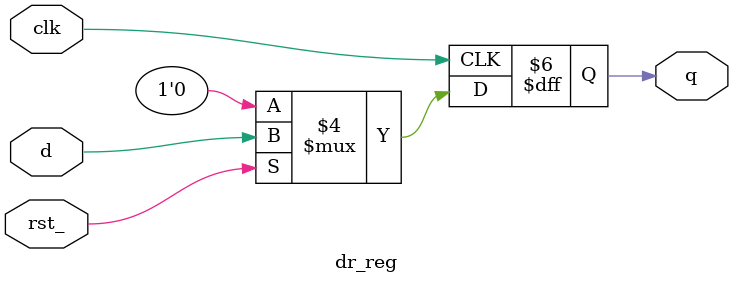
<source format=v>
module dr_reg
    #(parameter WIDTH=1)
(
    input clk,
    input rst_,
    input [WIDTH-1:0] d,
    output reg [WIDTH-1:0] q,
);

always @(posedge clk) begin
    if (!rst_) begin
        q <= #1 'b0;
    end else begin
        q <= #1 d;
    end
end

endmodule


</source>
